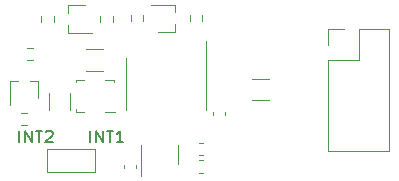
<source format=gbr>
%TF.GenerationSoftware,KiCad,Pcbnew,(6.0.0)*%
%TF.CreationDate,2022-02-10T21:19:41-08:00*%
%TF.ProjectId,elevation-imu,656c6576-6174-4696-9f6e-2d696d752e6b,rev?*%
%TF.SameCoordinates,Original*%
%TF.FileFunction,Legend,Top*%
%TF.FilePolarity,Positive*%
%FSLAX46Y46*%
G04 Gerber Fmt 4.6, Leading zero omitted, Abs format (unit mm)*
G04 Created by KiCad (PCBNEW (6.0.0)) date 2022-02-10 21:19:41*
%MOMM*%
%LPD*%
G01*
G04 APERTURE LIST*
%ADD10C,0.150000*%
%ADD11C,0.120000*%
%ADD12C,0.100000*%
G04 APERTURE END LIST*
D10*
X118619047Y-120452380D02*
X118619047Y-119452380D01*
X119095238Y-120452380D02*
X119095238Y-119452380D01*
X119666666Y-120452380D01*
X119666666Y-119452380D01*
X120000000Y-119452380D02*
X120571428Y-119452380D01*
X120285714Y-120452380D02*
X120285714Y-119452380D01*
X121428571Y-120452380D02*
X120857142Y-120452380D01*
X121142857Y-120452380D02*
X121142857Y-119452380D01*
X121047619Y-119595238D01*
X120952380Y-119690476D01*
X120857142Y-119738095D01*
X112619047Y-120452380D02*
X112619047Y-119452380D01*
X113095238Y-120452380D02*
X113095238Y-119452380D01*
X113666666Y-120452380D01*
X113666666Y-119452380D01*
X114000000Y-119452380D02*
X114571428Y-119452380D01*
X114285714Y-120452380D02*
X114285714Y-119452380D01*
X114857142Y-119547619D02*
X114904761Y-119500000D01*
X115000000Y-119452380D01*
X115238095Y-119452380D01*
X115333333Y-119500000D01*
X115380952Y-119547619D01*
X115428571Y-119642857D01*
X115428571Y-119738095D01*
X115380952Y-119880952D01*
X114809523Y-120452380D01*
X115428571Y-120452380D01*
D11*
%TO.C,JP1*%
X114950000Y-123000000D02*
X114950000Y-121000000D01*
X119050000Y-123000000D02*
X114950000Y-123000000D01*
X114950000Y-121000000D02*
X119050000Y-121000000D01*
X119050000Y-121000000D02*
X119050000Y-123000000D01*
%TO.C,C2*%
X119711252Y-112590000D02*
X118288748Y-112590000D01*
X119711252Y-114410000D02*
X118288748Y-114410000D01*
%TO.C,R5*%
X112762742Y-117977500D02*
X113237258Y-117977500D01*
X112762742Y-119022500D02*
X113237258Y-119022500D01*
%TO.C,R3*%
X120522500Y-110237258D02*
X120522500Y-109762742D01*
X119477500Y-110237258D02*
X119477500Y-109762742D01*
%TO.C,Q1*%
X125780000Y-108790000D02*
X125780000Y-109450000D01*
X124370000Y-111110000D02*
X125780000Y-111110000D01*
X125780000Y-110450000D02*
X125780000Y-111110000D01*
X125780000Y-108790000D02*
X123750000Y-108790000D01*
%TO.C,R4*%
X114477500Y-110237258D02*
X114477500Y-109762742D01*
X115522500Y-110237258D02*
X115522500Y-109762742D01*
D12*
%TO.C,U1*%
X118120000Y-117850000D02*
X117400000Y-117850000D01*
X117400000Y-117850000D02*
X117400000Y-117630000D01*
X120600000Y-115150000D02*
X119880000Y-115150000D01*
X117400000Y-115370000D02*
X117400000Y-115150000D01*
X120600000Y-115150000D02*
X120600000Y-115370000D01*
X117400000Y-115150000D02*
X118120000Y-115150000D01*
X120700000Y-117850000D02*
X119880000Y-117850000D01*
D11*
%TO.C,J1*%
X141345000Y-113470000D02*
X141345000Y-110870000D01*
X138745000Y-113470000D02*
X141345000Y-113470000D01*
X138745000Y-121150000D02*
X143945000Y-121150000D01*
X141345000Y-110870000D02*
X143945000Y-110870000D01*
X138745000Y-113470000D02*
X138745000Y-121150000D01*
X143945000Y-110870000D02*
X143945000Y-121150000D01*
X138745000Y-110870000D02*
X140075000Y-110870000D01*
X138745000Y-112200000D02*
X138745000Y-110870000D01*
%TO.C,U2*%
X128385000Y-115500000D02*
X128385000Y-117700000D01*
X128385000Y-115500000D02*
X128385000Y-111900000D01*
X121615000Y-115500000D02*
X121615000Y-113300000D01*
X121615000Y-115500000D02*
X121615000Y-117700000D01*
%TO.C,C5*%
X127859420Y-121990000D02*
X128140580Y-121990000D01*
X127859420Y-123010000D02*
X128140580Y-123010000D01*
%TO.C,Q3*%
X113500000Y-115270000D02*
X114160000Y-115270000D01*
X111840000Y-115270000D02*
X111840000Y-117300000D01*
X114160000Y-116680000D02*
X114160000Y-115270000D01*
X111840000Y-115270000D02*
X112500000Y-115270000D01*
%TO.C,C3*%
X133711252Y-116910000D02*
X132288748Y-116910000D01*
X133711252Y-115090000D02*
X132288748Y-115090000D01*
%TO.C,C4*%
X128990000Y-118140580D02*
X128990000Y-117859420D01*
X130010000Y-118140580D02*
X130010000Y-117859420D01*
%TO.C,R6*%
X113737258Y-112477500D02*
X113262742Y-112477500D01*
X113737258Y-113522500D02*
X113262742Y-113522500D01*
%TO.C,C7*%
X122510000Y-122359420D02*
X122510000Y-122640580D01*
X121490000Y-122359420D02*
X121490000Y-122640580D01*
%TO.C,R2*%
X127027500Y-109712742D02*
X127027500Y-110187258D01*
X128072500Y-109712742D02*
X128072500Y-110187258D01*
%TO.C,R1*%
X123072500Y-109712742D02*
X123072500Y-110187258D01*
X122027500Y-109712742D02*
X122027500Y-110187258D01*
%TO.C,Q2*%
X118180000Y-108840000D02*
X116770000Y-108840000D01*
X116770000Y-109500000D02*
X116770000Y-108840000D01*
X116770000Y-111160000D02*
X116770000Y-110500000D01*
X116770000Y-111160000D02*
X118800000Y-111160000D01*
%TO.C,U3*%
X126060000Y-121500000D02*
X126060000Y-120700000D01*
X122940000Y-121500000D02*
X122940000Y-123300000D01*
X122940000Y-121500000D02*
X122940000Y-120700000D01*
X126060000Y-121500000D02*
X126060000Y-122300000D01*
%TO.C,C1*%
X116910000Y-116288748D02*
X116910000Y-117711252D01*
X115090000Y-116288748D02*
X115090000Y-117711252D01*
%TO.C,C6*%
X127859420Y-120490000D02*
X128140580Y-120490000D01*
X127859420Y-121510000D02*
X128140580Y-121510000D01*
%TD*%
M02*

</source>
